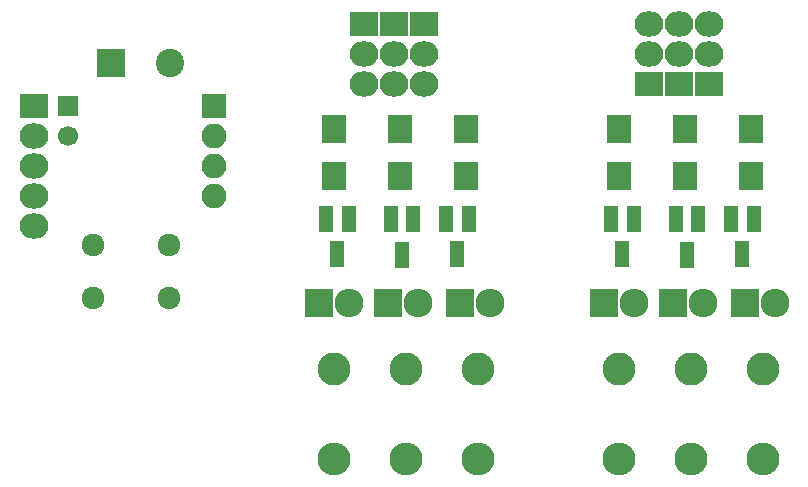
<source format=gbr>
G04 #@! TF.FileFunction,Soldermask,Top*
%FSLAX46Y46*%
G04 Gerber Fmt 4.6, Leading zero omitted, Abs format (unit mm)*
G04 Created by KiCad (PCBNEW 4.0.6) date Thursday, July 20, 2017 'AMt' 10:41:19 AM*
%MOMM*%
%LPD*%
G01*
G04 APERTURE LIST*
%ADD10C,0.100000*%
%ADD11C,2.800000*%
%ADD12O,2.800000X2.800000*%
%ADD13R,2.432000X2.432000*%
%ADD14O,2.432000X2.432000*%
%ADD15R,2.100000X2.400000*%
%ADD16R,2.432000X2.127200*%
%ADD17O,2.432000X2.127200*%
%ADD18R,1.200000X2.300000*%
%ADD19R,2.400000X2.400000*%
%ADD20C,2.400000*%
%ADD21R,1.700000X1.700000*%
%ADD22C,1.700000*%
%ADD23R,2.100000X2.100000*%
%ADD24O,2.100000X2.100000*%
%ADD25C,1.924000*%
G04 APERTURE END LIST*
D10*
D11*
X190220600Y-129692400D03*
D12*
X190220600Y-137312400D03*
D11*
X196316600Y-129692400D03*
D12*
X196316600Y-137312400D03*
D13*
X194792600Y-124104400D03*
D14*
X197332600Y-124104400D03*
D11*
X202412600Y-129692400D03*
D12*
X202412600Y-137312400D03*
D13*
X200888600Y-124104400D03*
D14*
X203428600Y-124104400D03*
D15*
X201396600Y-113372400D03*
X201396600Y-109372400D03*
X195808600Y-113372400D03*
X195808600Y-109372400D03*
X190220600Y-113372400D03*
X190220600Y-109372400D03*
D16*
X197840600Y-105562400D03*
D17*
X197840600Y-103022400D03*
X197840600Y-100482400D03*
D16*
X192760600Y-105562400D03*
D17*
X192760600Y-103022400D03*
X192760600Y-100482400D03*
D16*
X195300600Y-105562400D03*
D17*
X195300600Y-103022400D03*
X195300600Y-100482400D03*
D18*
X201650600Y-116992400D03*
X199750600Y-116992400D03*
X200700600Y-119992400D03*
X196946600Y-117016400D03*
X195046600Y-117016400D03*
X195996600Y-120016400D03*
X191490600Y-116992400D03*
X189590600Y-116992400D03*
X190540600Y-119992400D03*
D13*
X188950600Y-124104400D03*
D14*
X191490600Y-124104400D03*
D19*
X147247600Y-103784400D03*
D20*
X152247600Y-103784400D03*
D21*
X143611600Y-107467400D03*
D22*
X143611600Y-109967400D03*
D23*
X155930600Y-107467400D03*
D24*
X155930600Y-110007400D03*
X155930600Y-112547400D03*
X155930600Y-115087400D03*
D13*
X164820600Y-124104400D03*
D14*
X167360600Y-124104400D03*
D13*
X170662600Y-124104400D03*
D14*
X173202600Y-124104400D03*
D13*
X176758600Y-124104400D03*
D14*
X179298600Y-124104400D03*
D16*
X168630600Y-100482400D03*
D17*
X168630600Y-103022400D03*
X168630600Y-105562400D03*
D16*
X171170600Y-100482400D03*
D17*
X171170600Y-103022400D03*
X171170600Y-105562400D03*
D16*
X173710600Y-100482400D03*
D17*
X173710600Y-103022400D03*
X173710600Y-105562400D03*
D18*
X167360600Y-116992400D03*
X165460600Y-116992400D03*
X166410600Y-119992400D03*
X172816600Y-117016400D03*
X170916600Y-117016400D03*
X171866600Y-120016400D03*
X177520600Y-116992400D03*
X175620600Y-116992400D03*
X176570600Y-119992400D03*
D11*
X166090600Y-129692400D03*
D12*
X166090600Y-137312400D03*
D11*
X172186600Y-129692400D03*
D12*
X172186600Y-137312400D03*
D11*
X178282600Y-129692400D03*
D12*
X178282600Y-137312400D03*
D15*
X166090600Y-113372400D03*
X166090600Y-109372400D03*
X171678600Y-113372400D03*
X171678600Y-109372400D03*
X177266600Y-113372400D03*
X177266600Y-109372400D03*
D16*
X140690600Y-107467400D03*
D17*
X140690600Y-110007400D03*
X140690600Y-112547400D03*
X140690600Y-115087400D03*
X140690600Y-117627400D03*
D25*
X145695600Y-119187400D03*
X145695600Y-123687400D03*
X152195600Y-123687400D03*
X152195600Y-119187400D03*
M02*

</source>
